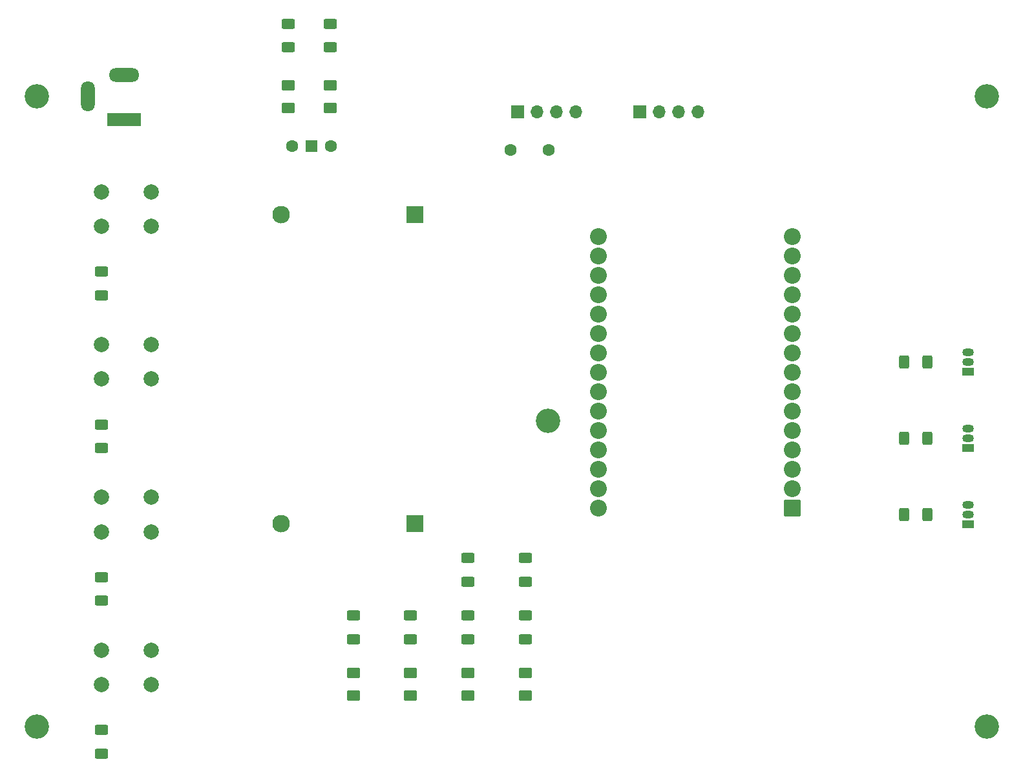
<source format=gbr>
%TF.GenerationSoftware,KiCad,Pcbnew,8.0.3-1.fc39*%
%TF.CreationDate,2024-06-27T20:10:54-06:00*%
%TF.ProjectId,Electronics,456c6563-7472-46f6-9e69-63732e6b6963,rev?*%
%TF.SameCoordinates,Original*%
%TF.FileFunction,Soldermask,Top*%
%TF.FilePolarity,Negative*%
%FSLAX46Y46*%
G04 Gerber Fmt 4.6, Leading zero omitted, Abs format (unit mm)*
G04 Created by KiCad (PCBNEW 8.0.3-1.fc39) date 2024-06-27 20:10:54*
%MOMM*%
%LPD*%
G01*
G04 APERTURE LIST*
G04 Aperture macros list*
%AMRoundRect*
0 Rectangle with rounded corners*
0 $1 Rounding radius*
0 $2 $3 $4 $5 $6 $7 $8 $9 X,Y pos of 4 corners*
0 Add a 4 corners polygon primitive as box body*
4,1,4,$2,$3,$4,$5,$6,$7,$8,$9,$2,$3,0*
0 Add four circle primitives for the rounded corners*
1,1,$1+$1,$2,$3*
1,1,$1+$1,$4,$5*
1,1,$1+$1,$6,$7*
1,1,$1+$1,$8,$9*
0 Add four rect primitives between the rounded corners*
20,1,$1+$1,$2,$3,$4,$5,0*
20,1,$1+$1,$4,$5,$6,$7,0*
20,1,$1+$1,$6,$7,$8,$9,0*
20,1,$1+$1,$8,$9,$2,$3,0*%
G04 Aperture macros list end*
%ADD10C,3.200000*%
%ADD11RoundRect,0.250001X-0.624999X0.462499X-0.624999X-0.462499X0.624999X-0.462499X0.624999X0.462499X0*%
%ADD12R,1.700000X1.700000*%
%ADD13O,1.700000X1.700000*%
%ADD14RoundRect,0.250000X0.400000X0.625000X-0.400000X0.625000X-0.400000X-0.625000X0.400000X-0.625000X0*%
%ADD15RoundRect,0.250000X0.625000X-0.400000X0.625000X0.400000X-0.625000X0.400000X-0.625000X-0.400000X0*%
%ADD16R,4.400000X1.800000*%
%ADD17O,4.000000X1.800000*%
%ADD18O,1.800000X4.000000*%
%ADD19R,1.500000X1.050000*%
%ADD20O,1.500000X1.050000*%
%ADD21RoundRect,0.250000X-0.625000X0.400000X-0.625000X-0.400000X0.625000X-0.400000X0.625000X0.400000X0*%
%ADD22C,2.000000*%
%ADD23RoundRect,0.102000X1.000000X1.000000X-1.000000X1.000000X-1.000000X-1.000000X1.000000X-1.000000X0*%
%ADD24C,2.204000*%
%ADD25R,2.300000X2.300000*%
%ADD26C,2.300000*%
%ADD27R,1.500000X1.500000*%
%ADD28C,1.600000*%
G04 APERTURE END LIST*
D10*
%TO.C,H1*%
X157000000Y-107000000D03*
%TD*%
%TO.C,H3*%
X214500000Y-147000000D03*
%TD*%
D11*
%TO.C,D2*%
X131500000Y-140012500D03*
X131500000Y-142987500D03*
%TD*%
D10*
%TO.C,H2*%
X214500000Y-64500000D03*
%TD*%
D12*
%TO.C,D1*%
X169000000Y-66500000D03*
D13*
X171540000Y-66500000D03*
X174080000Y-66500000D03*
X176620000Y-66500000D03*
%TD*%
D11*
%TO.C,D7*%
X128500000Y-63025000D03*
X128500000Y-66000000D03*
%TD*%
D14*
%TO.C,R6*%
X206740000Y-109270000D03*
X203640000Y-109270000D03*
%TD*%
D15*
%TO.C,R9*%
X131500000Y-135550000D03*
X131500000Y-132450000D03*
%TD*%
%TO.C,R12*%
X146500000Y-135550000D03*
X146500000Y-132450000D03*
%TD*%
D16*
%TO.C,J1*%
X101500000Y-67500000D03*
D17*
X101500000Y-61700000D03*
D18*
X96700000Y-64500000D03*
%TD*%
D10*
%TO.C,H4*%
X90000000Y-64500000D03*
%TD*%
D19*
%TO.C,Q2*%
X212000000Y-110540000D03*
D20*
X212000000Y-109270000D03*
X212000000Y-108000000D03*
%TD*%
D15*
%TO.C,R3*%
X98500000Y-110550000D03*
X98500000Y-107450000D03*
%TD*%
D21*
%TO.C,R4*%
X98500000Y-87450000D03*
X98500000Y-90550000D03*
%TD*%
D12*
%TO.C,M1*%
X153040000Y-66500000D03*
D13*
X155580000Y-66500000D03*
X158120000Y-66500000D03*
X160660000Y-66500000D03*
%TD*%
D15*
%TO.C,R1*%
X98500000Y-130550000D03*
X98500000Y-127450000D03*
%TD*%
D22*
%TO.C,SW3*%
X98500000Y-97000000D03*
X105000000Y-97000000D03*
X105000000Y-101500000D03*
X98500000Y-101500000D03*
%TD*%
D14*
%TO.C,R5*%
X206740000Y-119270000D03*
X203640000Y-119270000D03*
%TD*%
D11*
%TO.C,D6*%
X123000000Y-63012500D03*
X123000000Y-65987500D03*
%TD*%
D23*
%TO.C,U3*%
X189000000Y-118400000D03*
D24*
X189000000Y-115860000D03*
X189000000Y-113320000D03*
X189000000Y-110780000D03*
X189000000Y-108240000D03*
X189000000Y-105700000D03*
X189000000Y-103160000D03*
X189000000Y-100620000D03*
X189000000Y-98080000D03*
X189000000Y-95540000D03*
X189000000Y-93000000D03*
X189000000Y-90460000D03*
X189000000Y-87920000D03*
X189000000Y-85380000D03*
X189000000Y-82840000D03*
X163600000Y-82840000D03*
X163600000Y-85380000D03*
X163600000Y-87920000D03*
X163600000Y-90460000D03*
X163600000Y-93000000D03*
X163600000Y-95540000D03*
X163600000Y-98080000D03*
X163600000Y-100620000D03*
X163600000Y-103160000D03*
X163600000Y-105700000D03*
X163600000Y-108240000D03*
X163600000Y-110780000D03*
X163600000Y-113320000D03*
X163600000Y-115860000D03*
X163600000Y-118400000D03*
%TD*%
D15*
%TO.C,R13*%
X154000000Y-135550000D03*
X154000000Y-132450000D03*
%TD*%
D11*
%TO.C,D4*%
X146500000Y-140012500D03*
X146500000Y-142987500D03*
%TD*%
%TO.C,D5*%
X154000000Y-140012500D03*
X154000000Y-142987500D03*
%TD*%
D21*
%TO.C,R11*%
X154000000Y-124950000D03*
X154000000Y-128050000D03*
%TD*%
D10*
%TO.C,H5*%
X90000000Y-147000000D03*
%TD*%
D25*
%TO.C,U1*%
X139600000Y-80000000D03*
D26*
X122000000Y-80000000D03*
D25*
X139600000Y-120400000D03*
D26*
X122000000Y-120400000D03*
%TD*%
D19*
%TO.C,Q3*%
X212000000Y-100540000D03*
D20*
X212000000Y-99270000D03*
X212000000Y-98000000D03*
%TD*%
D21*
%TO.C,R2*%
X98500000Y-147450000D03*
X98500000Y-150550000D03*
%TD*%
%TO.C,R10*%
X146500000Y-124950000D03*
X146500000Y-128050000D03*
%TD*%
D14*
%TO.C,R7*%
X206740000Y-99270000D03*
X203640000Y-99270000D03*
%TD*%
D21*
%TO.C,R14*%
X123000000Y-54950000D03*
X123000000Y-58050000D03*
%TD*%
D11*
%TO.C,D3*%
X139000000Y-140012500D03*
X139000000Y-142987500D03*
%TD*%
D27*
%TO.C,SW5*%
X126000000Y-71000000D03*
D28*
X123460000Y-71000000D03*
X128540000Y-71000000D03*
%TD*%
%TO.C,C1*%
X152080000Y-71500000D03*
X157080000Y-71500000D03*
%TD*%
D22*
%TO.C,SW1*%
X98500000Y-117000000D03*
X105000000Y-117000000D03*
X105000000Y-121500000D03*
X98500000Y-121500000D03*
%TD*%
D15*
%TO.C,R8*%
X139000000Y-135550000D03*
X139000000Y-132450000D03*
%TD*%
D22*
%TO.C,SW2*%
X98500000Y-137000000D03*
X105000000Y-137000000D03*
X105000000Y-141500000D03*
X98500000Y-141500000D03*
%TD*%
D21*
%TO.C,R15*%
X128500000Y-54950000D03*
X128500000Y-58050000D03*
%TD*%
D19*
%TO.C,Q1*%
X212000000Y-120540000D03*
D20*
X212000000Y-119270000D03*
X212000000Y-118000000D03*
%TD*%
D22*
%TO.C,SW4*%
X98500000Y-77000000D03*
X105000000Y-77000000D03*
X105000000Y-81500000D03*
X98500000Y-81500000D03*
%TD*%
M02*

</source>
